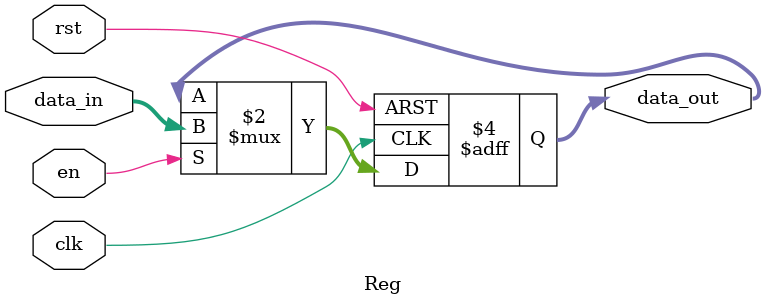
<source format=v>
module Reg(clk, rst, en, data_in, data_out);
	parameter SIZE = 32;
	input clk, rst, en;
	input [SIZE-1:0] data_in;
	output reg [SIZE-1:0] data_out;
	
	always@(posedge clk, posedge rst) begin
		if(rst)
			data_out <= 0;
		else if(en)
			data_out <= data_in;
	end
endmodule
</source>
